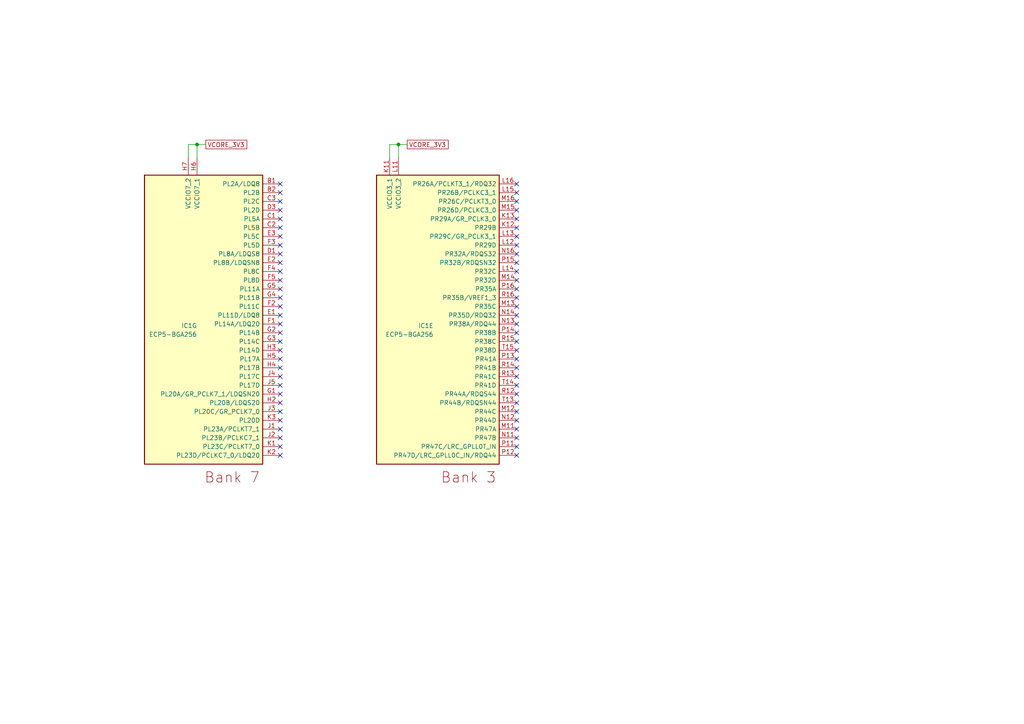
<source format=kicad_sch>
(kicad_sch (version 20250114) (generator "eeschema") (generator_version "9.0")
  (paper "A4")
  (lib_symbols
    (symbol "ecp5bga256:ECP5-BGA256" (pin_names (offset 0.762))
      (property "Reference" "IC" (at 1.27 45.72 0))
      (property "Value" "ECP5-BGA256" (at 1.27 43.18 0))
      (symbol "ECP5-BGA256_1_0"
        (rectangle (start -13.97 35.56) (end 13.97 -35.56) (stroke (width 0.3048)) (fill (type background)))
      )
      (symbol "ECP5-BGA256_1_1"
        (text "FPGA Supplies" (at 0 -39.37 0) (effects (font (size 2.9972 2.9972))))
        (pin power_in line (at -19.05 33.02 0) (length 5.08) (name "VCC_1") (number "G6"))
        (pin power_in line (at -19.05 30.48 0) (length 5.08) (name "VCC_2") (number "G7"))
        (pin power_in line (at -19.05 27.94 0) (length 5.08) (name "VCC_3") (number "G9"))
        (pin power_in line (at -19.05 25.4 0) (length 5.08) (name "VCC_4") (number "L8"))
        (pin power_in line (at -19.05 22.86 0) (length 5.08) (name "VCC_5") (number "L9"))
        (pin power_in line (at -19.05 20.32 0) (length 5.08) (name "VCC_6") (number "L10"))
        (pin power_in line (at -19.05 -30.48 0) (length 5.08) (name "VCCAUX_1") (number "G11"))
        (pin power_in line (at -19.05 -33.02 0) (length 5.08) (name "VCCAUX_2") (number "L7"))
        (pin power_in line (at 19.05 33.02 180) (length 5.08) (name "GND_1") (number "A1"))
        (pin power_in line (at 19.05 30.48 180) (length 5.08) (name "GND_2") (number "A16"))
        (pin power_in line (at 19.05 27.94 180) (length 5.08) (name "GND_3") (number "D2"))
        (pin power_in line (at 19.05 25.4 180) (length 5.08) (name "GND_4") (number "D15"))
        (pin power_in line (at 19.05 22.86 180) (length 5.08) (name "GND_5") (number "F8"))
        (pin power_in line (at 19.05 20.32 180) (length 5.08) (name "GND_6") (number "F9"))
        (pin power_in line (at 19.05 17.78 180) (length 5.08) (name "GND_7") (number "G8"))
        (pin power_in line (at 19.05 15.24 180) (length 5.08) (name "GND_8") (number "G10"))
        (pin power_in line (at 19.05 12.7 180) (length 5.08) (name "GND_9") (number "H1"))
        (pin power_in line (at 19.05 10.16 180) (length 5.08) (name "GND_10") (number "H8"))
        (pin power_in line (at 19.05 7.62 180) (length 5.08) (name "GND_11") (number "H9"))
        (pin power_in line (at 19.05 5.08 180) (length 5.08) (name "GND_12") (number "H10"))
        (pin power_in line (at 19.05 2.54 180) (length 5.08) (name "GND_13") (number "H16"))
        (pin power_in line (at 19.05 0 180) (length 5.08) (name "GND_14") (number "J8"))
        (pin power_in line (at 19.05 -2.54 180) (length 5.08) (name "GND_15") (number "J9"))
        (pin power_in line (at 19.05 -5.08 180) (length 5.08) (name "GND_16") (number "J10"))
        (pin power_in line (at 19.05 -7.62 180) (length 5.08) (name "GND_17") (number "K6"))
        (pin power_in line (at 19.05 -10.16 180) (length 5.08) (name "GND_18") (number "K7"))
        (pin power_in line (at 19.05 -12.7 180) (length 5.08) (name "GND_19") (number "K8"))
        (pin power_in line (at 19.05 -15.24 180) (length 5.08) (name "GND_20") (number "K9"))
        (pin power_in line (at 19.05 -17.78 180) (length 5.08) (name "GND_21") (number "K10"))
        (pin power_in line (at 19.05 -20.32 180) (length 5.08) (name "GND_22") (number "N2"))
        (pin power_in line (at 19.05 -22.86 180) (length 5.08) (name "GND_23") (number "N15"))
        (pin power_in line (at 19.05 -25.4 180) (length 5.08) (name "GND_24") (number "T1"))
        (pin power_in line (at 19.05 -27.94 180) (length 5.08) (name "GND_25") (number "T5"))
        (pin power_in line (at 19.05 -30.48 180) (length 5.08) (name "GND_26") (number "T12"))
        (pin power_in line (at 19.05 -33.02 180) (length 5.08) (name "GND_27") (number "T16"))
      )
      (symbol "ECP5-BGA256_2_1"
        (rectangle (start -19.05 31.75) (end 8.89 -31.75) (stroke (width 0.3048)) (fill (type background)))
        (text "Bank 0" (at 0 -35.56 0) (effects (font (size 2.9972 2.9972))))
        (pin power_in line (at -13.97 36.83 270) (length 5.08) (name "VCCIO0_2") (number "F7"))
        (pin power_in line (at -11.43 36.83 270) (length 5.08) (name "VCCIO0_1") (number "F6"))
        (pin bidirectional line (at 13.97 29.21 180) (length 5.08) (name "PT4A") (number "A2"))
        (pin bidirectional line (at 13.97 26.67 180) (length 5.08) (name "PT4B") (number "B3"))
        (pin bidirectional line (at 13.97 24.13 180) (length 5.08) (name "PT6A") (number "A3"))
        (pin bidirectional line (at 13.97 21.59 180) (length 5.08) (name "PT6B") (number "A4"))
        (pin bidirectional line (at 13.97 19.05 180) (length 5.08) (name "PT9A") (number "E4"))
        (pin bidirectional line (at 13.97 16.51 180) (length 5.08) (name "PT9B") (number "D4"))
        (pin bidirectional line (at 13.97 13.97 180) (length 5.08) (name "PT11A") (number "C4"))
        (pin bidirectional line (at 13.97 11.43 180) (length 5.08) (name "PT11B") (number "B4"))
        (pin bidirectional line (at 13.97 8.89 180) (length 5.08) (name "PT13A") (number "E5"))
        (pin bidirectional line (at 13.97 6.35 180) (length 5.08) (name "PT13B") (number "D5"))
        (pin bidirectional line (at 13.97 3.81 180) (length 5.08) (name "PT15A") (number "C5"))
        (pin bidirectional line (at 13.97 1.27 180) (length 5.08) (name "PT15B") (number "B5"))
        (pin bidirectional line (at 13.97 -1.27 180) (length 5.08) (name "PT18A") (number "A5"))
        (pin bidirectional line (at 13.97 -3.81 180) (length 5.08) (name "PT18B") (number "A6"))
        (pin bidirectional line (at 13.97 -6.35 180) (length 5.08) (name "PT20A") (number "E6"))
        (pin bidirectional line (at 13.97 -8.89 180) (length 5.08) (name "PT20B") (number "D6"))
        (pin bidirectional line (at 13.97 -11.43 180) (length 5.08) (name "PT22A") (number "C6"))
        (pin bidirectional line (at 13.97 -13.97 180) (length 5.08) (name "PT22B") (number "B6"))
        (pin bidirectional line (at 13.97 -16.51 180) (length 5.08) (name "PT24A/GR_PCLK0_1") (number "E7"))
        (pin bidirectional line (at 13.97 -19.05 180) (length 5.08) (name "PT24B/GR_PCLK0_0") (number "D7"))
        (pin bidirectional line (at 13.97 -21.59 180) (length 5.08) (name "PT27A/PCLKT0_1") (number "C7"))
        (pin bidirectional line (at 13.97 -24.13 180) (length 5.08) (name "PT27B/PCLKC0_1") (number "B7"))
        (pin bidirectional line (at 13.97 -26.67 180) (length 5.08) (name "PT29A/PCLKT0_0") (number "A7"))
        (pin bidirectional line (at 13.97 -29.21 180) (length 5.08) (name "PT29B/PCLKC0_0") (number "A8"))
      )
      (symbol "ECP5-BGA256_3_0"
        (rectangle (start -17.78 41.91) (end 8.89 -41.91) (stroke (width 0.3048)) (fill (type background)))
      )
      (symbol "ECP5-BGA256_3_1"
        (text "Bank 1" (at 0 -45.72 0) (effects (font (size 2.9972 2.9972))))
        (pin power_in line (at -13.97 46.99 270) (length 5.08) (name "VCCIO1_2") (number "F11"))
        (pin power_in line (at -11.43 46.99 270) (length 5.08) (name "VCCIO1_1") (number "F10"))
        (pin bidirectional line (at 13.97 39.37 180) (length 5.08) (name "PT33A/PCLKT1_1") (number "E8"))
        (pin bidirectional line (at 13.97 36.83 180) (length 5.08) (name "PT33B/PCLKC1_1") (number "D8"))
        (pin bidirectional line (at 13.97 34.29 180) (length 5.08) (name "PT35A/PCLKT1_0") (number "C8"))
        (pin bidirectional line (at 13.97 31.75 180) (length 5.08) (name "PT35B/PCLKC1_0") (number "B8"))
        (pin bidirectional line (at 13.97 29.21 180) (length 5.08) (name "PT38A/GR_PCLK1_0") (number "B9"))
        (pin bidirectional line (at 13.97 26.67 180) (length 5.08) (name "PT38B/GR_PCLK1_1") (number "C9"))
        (pin bidirectional line (at 13.97 24.13 180) (length 5.08) (name "PT40A") (number "D9"))
        (pin bidirectional line (at 13.97 21.59 180) (length 5.08) (name "PT40B") (number "E9"))
        (pin bidirectional line (at 13.97 19.05 180) (length 5.08) (name "PT42A") (number "A9"))
        (pin bidirectional line (at 13.97 16.51 180) (length 5.08) (name "PT42B") (number "A10"))
        (pin bidirectional line (at 13.97 13.97 180) (length 5.08) (name "PT44A") (number "B10"))
        (pin bidirectional line (at 13.97 11.43 180) (length 5.08) (name "PT44B") (number "C10"))
        (pin bidirectional line (at 13.97 8.89 180) (length 5.08) (name "PT47A") (number "D10"))
        (pin bidirectional line (at 13.97 6.35 180) (length 5.08) (name "PT47B") (number "E10"))
        (pin bidirectional line (at 13.97 3.81 180) (length 5.08) (name "PT49A") (number "B11"))
        (pin bidirectional line (at 13.97 1.27 180) (length 5.08) (name "PT49B") (number "C11"))
        (pin bidirectional line (at 13.97 -1.27 180) (length 5.08) (name "PT51A") (number "D11"))
        (pin bidirectional line (at 13.97 -3.81 180) (length 5.08) (name "PT51B") (number "E11"))
        (pin bidirectional line (at 13.97 -6.35 180) (length 5.08) (name "PT53A") (number "A11"))
        (pin bidirectional line (at 13.97 -8.89 180) (length 5.08) (name "PT53B") (number "A12"))
        (pin bidirectional line (at 13.97 -11.43 180) (length 5.08) (name "PT56A") (number "B12"))
        (pin bidirectional line (at 13.97 -13.97 180) (length 5.08) (name "PT56B") (number "C12"))
        (pin bidirectional line (at 13.97 -16.51 180) (length 5.08) (name "PT58A") (number "D12"))
        (pin bidirectional line (at 13.97 -19.05 180) (length 5.08) (name "PT58B") (number "E12"))
        (pin bidirectional line (at 13.97 -21.59 180) (length 5.08) (name "PT60A") (number "B13"))
        (pin bidirectional line (at 13.97 -24.13 180) (length 5.08) (name "PT60B") (number "C13"))
        (pin bidirectional line (at 13.97 -26.67 180) (length 5.08) (name "PT62A") (number "D13"))
        (pin bidirectional line (at 13.97 -29.21 180) (length 5.08) (name "PT62B") (number "E13"))
        (pin bidirectional line (at 13.97 -31.75 180) (length 5.08) (name "PT65A") (number "A13"))
        (pin bidirectional line (at 13.97 -34.29 180) (length 5.08) (name "PT65B") (number "A14"))
        (pin bidirectional line (at 13.97 -36.83 180) (length 5.08) (name "PT67A") (number "B14"))
        (pin bidirectional line (at 13.97 -39.37 180) (length 5.08) (name "PT67B") (number "A15"))
      )
      (symbol "ECP5-BGA256_4_1"
        (rectangle (start -17.78 41.91) (end 8.89 -41.91) (stroke (width 0.3048)) (fill (type background)))
        (text "Bank 2" (at 0 -45.72 0) (effects (font (size 2.9972 2.9972))))
        (pin power_in line (at -11.43 46.99 270) (length 5.08) (name "VCCIO2_1") (number "H11"))
        (pin power_in line (at -8.89 46.99 270) (length 5.08) (name "VCCIO2_2") (number "J11"))
        (pin bidirectional line (at 13.97 39.37 180) (length 5.08) (name "PR2A/RDQ8") (number "B16"))
        (pin bidirectional line (at 13.97 36.83 180) (length 5.08) (name "PR2B/S0_IN") (number "B15"))
        (pin bidirectional line (at 13.97 34.29 180) (length 5.08) (name "PR2C") (number "C14"))
        (pin bidirectional line (at 13.97 31.75 180) (length 5.08) (name "PR2D") (number "D14"))
        (pin bidirectional line (at 13.97 29.21 180) (length 5.08) (name "PR5A") (number "C16"))
        (pin bidirectional line (at 13.97 26.67 180) (length 5.08) (name "PR5B") (number "C15"))
        (pin bidirectional line (at 13.97 24.13 180) (length 5.08) (name "PR5C") (number "E14"))
        (pin bidirectional line (at 13.97 21.59 180) (length 5.08) (name "PR5D") (number "F14"))
        (pin bidirectional line (at 13.97 19.05 180) (length 5.08) (name "PR8A/RDQS8") (number "D16"))
        (pin bidirectional line (at 13.97 16.51 180) (length 5.08) (name "PR8B/RDQSN8") (number "E15"))
        (pin bidirectional line (at 13.97 13.97 180) (length 5.08) (name "PR8C") (number "F13"))
        (pin bidirectional line (at 13.97 11.43 180) (length 5.08) (name "PR8D") (number "F12"))
        (pin bidirectional line (at 13.97 8.89 180) (length 5.08) (name "PR11A") (number "G12"))
        (pin bidirectional line (at 13.97 6.35 180) (length 5.08) (name "PR11B") (number "G13"))
        (pin bidirectional line (at 13.97 3.81 180) (length 5.08) (name "PR11C") (number "F15"))
        (pin bidirectional line (at 13.97 1.27 180) (length 5.08) (name "PR11D") (number "E16"))
        (pin bidirectional line (at 13.97 -1.27 180) (length 5.08) (name "PR14A/RDQ20") (number "F16"))
        (pin bidirectional line (at 13.97 -3.81 180) (length 5.08) (name "PR14B") (number "G15"))
        (pin bidirectional line (at 13.97 -6.35 180) (length 5.08) (name "PR14C/VREF1_2") (number "G14"))
        (pin bidirectional line (at 13.97 -8.89 180) (length 5.08) (name "PR14D") (number "H14"))
        (pin bidirectional line (at 13.97 -11.43 180) (length 5.08) (name "PR17A") (number "H12"))
        (pin bidirectional line (at 13.97 -13.97 180) (length 5.08) (name "PR17B") (number "H13"))
        (pin bidirectional line (at 13.97 -16.51 180) (length 5.08) (name "PR17C") (number "J13"))
        (pin bidirectional line (at 13.97 -19.05 180) (length 5.08) (name "PR17D") (number "J12"))
        (pin bidirectional line (at 13.97 -21.59 180) (length 5.08) (name "PR20A/RDQS20") (number "G16"))
        (pin bidirectional line (at 13.97 -24.13 180) (length 5.08) (name "PR20B/RDQS20") (number "H15"))
        (pin bidirectional line (at 13.97 -26.67 180) (length 5.08) (name "PR20C/GR_PCLK2_1") (number "J14"))
        (pin bidirectional line (at 13.97 -29.21 180) (length 5.08) (name "PR20D/GR_PCLK2_0") (number "K14"))
        (pin bidirectional line (at 13.97 -31.75 180) (length 5.08) (name "PR23A/PCLKT2_1") (number "J16"))
        (pin bidirectional line (at 13.97 -34.29 180) (length 5.08) (name "PR23B/PCLKC2_1") (number "J15"))
        (pin bidirectional line (at 13.97 -36.83 180) (length 5.08) (name "PR23C/PCLKT2_0") (number "K16"))
        (pin bidirectional line (at 13.97 -39.37 180) (length 5.08) (name "PR23D/PCLKC2_0") (number "K15"))
      )
      (symbol "ECP5-BGA256_5_0"
        (rectangle (start -26.67 41.91) (end 8.89 -41.91) (stroke (width 0.3048)) (fill (type background)))
      )
      (symbol "ECP5-BGA256_5_1"
        (text "Bank 3" (at 0 -45.72 0) (effects (font (size 2.9972 2.9972))))
        (pin power_in line (at -22.86 46.99 270) (length 5.08) (name "VCCIO3_1") (number "K11"))
        (pin power_in line (at -20.32 46.99 270) (length 5.08) (name "VCCIO3_2") (number "L11"))
        (pin bidirectional line (at 13.97 39.37 180) (length 5.08) (name "PR26A/PCLKT3_1/RDQ32") (number "L16"))
        (pin bidirectional line (at 13.97 36.83 180) (length 5.08) (name "PR26B/PCLKC3_1") (number "L15"))
        (pin bidirectional line (at 13.97 34.29 180) (length 5.08) (name "PR26C/PCLKT3_0") (number "M16"))
        (pin bidirectional line (at 13.97 31.75 180) (length 5.08) (name "PR26D/PCLKC3_0") (number "M15"))
        (pin bidirectional line (at 13.97 29.21 180) (length 5.08) (name "PR29A/GR_PCLK3_0") (number "K13"))
        (pin bidirectional line (at 13.97 26.67 180) (length 5.08) (name "PR29B") (number "K12"))
        (pin bidirectional line (at 13.97 24.13 180) (length 5.08) (name "PR29C/GR_PCLK3_1") (number "L13"))
        (pin bidirectional line (at 13.97 21.59 180) (length 5.08) (name "PR29D") (number "L12"))
        (pin bidirectional line (at 13.97 19.05 180) (length 5.08) (name "PR32A/RDQS32") (number "N16"))
        (pin bidirectional line (at 13.97 16.51 180) (length 5.08) (name "PR32B/RDQSN32") (number "P15"))
        (pin bidirectional line (at 13.97 13.97 180) (length 5.08) (name "PR32C") (number "L14"))
        (pin bidirectional line (at 13.97 11.43 180) (length 5.08) (name "PR32D") (number "M14"))
        (pin bidirectional line (at 13.97 8.89 180) (length 5.08) (name "PR35A") (number "P16"))
        (pin bidirectional line (at 13.97 6.35 180) (length 5.08) (name "PR35B/VREF1_3") (number "R16"))
        (pin bidirectional line (at 13.97 3.81 180) (length 5.08) (name "PR35C") (number "M13"))
        (pin bidirectional line (at 13.97 1.27 180) (length 5.08) (name "PR35D/RDQ32") (number "N14"))
        (pin bidirectional line (at 13.97 -1.27 180) (length 5.08) (name "PR38A/RDQ44") (number "N13"))
        (pin bidirectional line (at 13.97 -3.81 180) (length 5.08) (name "PR38B") (number "P14"))
        (pin bidirectional line (at 13.97 -6.35 180) (length 5.08) (name "PR38C") (number "R15"))
        (pin bidirectional line (at 13.97 -8.89 180) (length 5.08) (name "PR38D") (number "T15"))
        (pin bidirectional line (at 13.97 -11.43 180) (length 5.08) (name "PR41A") (number "P13"))
        (pin bidirectional line (at 13.97 -13.97 180) (length 5.08) (name "PR41B") (number "R14"))
        (pin bidirectional line (at 13.97 -16.51 180) (length 5.08) (name "PR41C") (number "R13"))
        (pin bidirectional line (at 13.97 -19.05 180) (length 5.08) (name "PR41D") (number "T14"))
        (pin bidirectional line (at 13.97 -21.59 180) (length 5.08) (name "PR44A/RDQS44") (number "R12"))
        (pin bidirectional line (at 13.97 -24.13 180) (length 5.08) (name "PR44B/RDQSN44") (number "T13"))
        (pin bidirectional line (at 13.97 -26.67 180) (length 5.08) (name "PR44C") (number "M12"))
        (pin bidirectional line (at 13.97 -29.21 180) (length 5.08) (name "PR44D") (number "N12"))
        (pin bidirectional line (at 13.97 -31.75 180) (length 5.08) (name "PR47A") (number "M11"))
        (pin bidirectional line (at 13.97 -34.29 180) (length 5.08) (name "PR47B") (number "N11"))
        (pin bidirectional line (at 13.97 -36.83 180) (length 5.08) (name "PR47C/LRC_GPLL0T_IN") (number "P11"))
        (pin bidirectional line (at 13.97 -39.37 180) (length 5.08) (name "PR47D/LRC_GPLL0C_IN/RDQ44") (number "P12"))
      )
      (symbol "ECP5-BGA256_6_1"
        (rectangle (start -20.32 41.91) (end 8.89 -41.91) (stroke (width 0.3048)) (fill (type background)))
        (text "Bank 6" (at 0 -45.72 0) (effects (font (size 2.9972 2.9972))))
        (pin power_in line (at -13.97 46.99 270) (length 5.08) (name "VCCIO6_1") (number "J6"))
        (pin power_in line (at -11.43 46.99 270) (length 5.08) (name "VCCIO6_2") (number "J7"))
        (pin bidirectional line (at 13.97 39.37 180) (length 5.08) (name "PL26A/LDQ32/PCLKT6_1") (number "L1"))
        (pin bidirectional line (at 13.97 36.83 180) (length 5.08) (name "PL26B/PCLKC6_1") (number "L2"))
        (pin bidirectional line (at 13.97 34.29 180) (length 5.08) (name "PL26C/PCLKT6_0") (number "M1"))
        (pin bidirectional line (at 13.97 31.75 180) (length 5.08) (name "PL26D/PCLKC6_0") (number "M2"))
        (pin bidirectional line (at 13.97 29.21 180) (length 5.08) (name "PL29A/GR_PCLK6_0") (number "K4"))
        (pin bidirectional line (at 13.97 26.67 180) (length 5.08) (name "PL29B") (number "K5"))
        (pin bidirectional line (at 13.97 24.13 180) (length 5.08) (name "PL29C/PL29C") (number "L4"))
        (pin bidirectional line (at 13.97 21.59 180) (length 5.08) (name "PL29D") (number "L5"))
        (pin bidirectional line (at 13.97 19.05 180) (length 5.08) (name "PL32A/LDQS32") (number "N1"))
        (pin bidirectional line (at 13.97 16.51 180) (length 5.08) (name "PL32B/LDQSN32") (number "P2"))
        (pin bidirectional line (at 13.97 13.97 180) (length 5.08) (name "PL32C") (number "L3"))
        (pin bidirectional line (at 13.97 11.43 180) (length 5.08) (name "PL32D") (number "M3"))
        (pin bidirectional line (at 13.97 8.89 180) (length 5.08) (name "PL35A") (number "P1"))
        (pin bidirectional line (at 13.97 6.35 180) (length 5.08) (name "PL35B/VREF1_6") (number "R1"))
        (pin bidirectional line (at 13.97 3.81 180) (length 5.08) (name "PL35C") (number "M4"))
        (pin bidirectional line (at 13.97 1.27 180) (length 5.08) (name "PL35D") (number "N3"))
        (pin bidirectional line (at 13.97 -1.27 180) (length 5.08) (name "PL38A/LDQ44") (number "N4"))
        (pin bidirectional line (at 13.97 -3.81 180) (length 5.08) (name "PL38B") (number "P3"))
        (pin bidirectional line (at 13.97 -6.35 180) (length 5.08) (name "PL38C") (number "R2"))
        (pin bidirectional line (at 13.97 -8.89 180) (length 5.08) (name "PL38D") (number "T2"))
        (pin bidirectional line (at 13.97 -11.43 180) (length 5.08) (name "PL44A/LDQS44") (number "R5"))
        (pin bidirectional line (at 13.97 -13.97 180) (length 5.08) (name "PL44B/LDQSN44") (number "T4"))
        (pin bidirectional line (at 13.97 -16.51 180) (length 5.08) (name "PL44C") (number "M5"))
        (pin bidirectional line (at 13.97 -19.05 180) (length 5.08) (name "PL44D") (number "N5"))
        (pin bidirectional line (at 13.97 -21.59 180) (length 5.08) (name "PL41A") (number "P4"))
        (pin bidirectional line (at 13.97 -24.13 180) (length 5.08) (name "PL41B") (number "R3"))
        (pin bidirectional line (at 13.97 -26.67 180) (length 5.08) (name "PL41C") (number "R4"))
        (pin bidirectional line (at 13.97 -29.21 180) (length 5.08) (name "PL41D") (number "T3"))
        (pin bidirectional line (at 13.97 -31.75 180) (length 5.08) (name "PL47A") (number "M6"))
        (pin bidirectional line (at 13.97 -34.29 180) (length 5.08) (name "PL47B") (number "N6"))
        (pin bidirectional line (at 13.97 -36.83 180) (length 5.08) (name "PL47D/LLC_GPLL0C_IN") (number "P5"))
        (pin bidirectional line (at 13.97 -39.37 180) (length 5.08) (name "PL47C/LLC_GPLL0T_IN") (number "P6"))
      )
      (symbol "ECP5-BGA256_7_1"
        (rectangle (start -25.4 41.91) (end 8.89 -41.91) (stroke (width 0.3048)) (fill (type background)))
        (text "Bank 7" (at 0 -45.72 0) (effects (font (size 2.9972 2.9972))))
        (pin power_in line (at -12.7 46.99 270) (length 5.08) (name "VCCIO7_2") (number "H7"))
        (pin power_in line (at -10.16 46.99 270) (length 5.08) (name "VCCIO7_1") (number "H6"))
        (pin bidirectional line (at 13.97 39.37 180) (length 5.08) (name "PL2A/LDQ8") (number "B1"))
        (pin bidirectional line (at 13.97 36.83 180) (length 5.08) (name "PL2B") (number "B2"))
        (pin bidirectional line (at 13.97 34.29 180) (length 5.08) (name "PL2C") (number "C3"))
        (pin bidirectional line (at 13.97 31.75 180) (length 5.08) (name "PL2D") (number "D3"))
        (pin bidirectional line (at 13.97 29.21 180) (length 5.08) (name "PL5A") (number "C1"))
        (pin bidirectional line (at 13.97 26.67 180) (length 5.08) (name "PL5B") (number "C2"))
        (pin bidirectional line (at 13.97 24.13 180) (length 5.08) (name "PL5C") (number "E3"))
        (pin bidirectional line (at 13.97 21.59 180) (length 5.08) (name "PL5D") (number "F3"))
        (pin bidirectional line (at 13.97 19.05 180) (length 5.08) (name "PL8A/LDQS8") (number "D1"))
        (pin bidirectional line (at 13.97 16.51 180) (length 5.08) (name "PL8B/LDQSN8") (number "E2"))
        (pin bidirectional line (at 13.97 13.97 180) (length 5.08) (name "PL8C") (number "F4"))
        (pin bidirectional line (at 13.97 11.43 180) (length 5.08) (name "PL8D") (number "F5"))
        (pin bidirectional line (at 13.97 8.89 180) (length 5.08) (name "PL11A") (number "G5"))
        (pin bidirectional line (at 13.97 6.35 180) (length 5.08) (name "PL11B") (number "G4"))
        (pin bidirectional line (at 13.97 3.81 180) (length 5.08) (name "PL11C") (number "F2"))
        (pin bidirectional line (at 13.97 1.27 180) (length 5.08) (name "PL11D/LDQ8") (number "E1"))
        (pin bidirectional line (at 13.97 -1.27 180) (length 5.08) (name "PL14A/LDQ20") (number "F1"))
        (pin bidirectional line (at 13.97 -3.81 180) (length 5.08) (name "PL14B") (number "G2"))
        (pin bidirectional line (at 13.97 -6.35 180) (length 5.08) (name "PL14C") (number "G3"))
        (pin bidirectional line (at 13.97 -8.89 180) (length 5.08) (name "PL14D") (number "H3"))
        (pin bidirectional line (at 13.97 -11.43 180) (length 5.08) (name "PL17A") (number "H5"))
        (pin bidirectional line (at 13.97 -13.97 180) (length 5.08) (name "PL17B") (number "H4"))
        (pin bidirectional line (at 13.97 -16.51 180) (length 5.08) (name "PL17C") (number "J4"))
        (pin bidirectional line (at 13.97 -19.05 180) (length 5.08) (name "PL17D") (number "J5"))
        (pin bidirectional line (at 13.97 -21.59 180) (length 5.08) (name "PL20A/GR_PCLK7_1/LDQSN20") (number "G1"))
        (pin bidirectional line (at 13.97 -24.13 180) (length 5.08) (name "PL20B/LDQS20") (number "H2"))
        (pin bidirectional line (at 13.97 -26.67 180) (length 5.08) (name "PL20C/GR_PCLK7_0") (number "J3"))
        (pin bidirectional line (at 13.97 -29.21 180) (length 5.08) (name "PL20D") (number "K3"))
        (pin bidirectional line (at 13.97 -31.75 180) (length 5.08) (name "PL23A/PCLKT7_1") (number "J1"))
        (pin bidirectional line (at 13.97 -34.29 180) (length 5.08) (name "PL23B/PCLKC7_1") (number "J2"))
        (pin bidirectional line (at 13.97 -36.83 180) (length 5.08) (name "PL23C/PCLKT7_0") (number "K1"))
        (pin bidirectional line (at 13.97 -39.37 180) (length 5.08) (name "PL23D/PCLKC7_0/LDQ20") (number "K2"))
      )
      (symbol "ECP5-BGA256_8_0"
        (text "Bank 8 (Config)" (at 0 -43.18 0) (effects (font (size 2.9972 2.9972))))
      )
      (symbol "ECP5-BGA256_8_1"
        (rectangle (start -15.24 39.37) (end 15.24 -39.37) (stroke (width 0.3048)) (fill (type background)))
        (pin power_in line (at -10.16 44.45 270) (length 5.08) (name "VCCIO8") (number "L6"))
        (pin bidirectional line (at 20.32 36.83 180) (length 5.08) (name "D7/PB4A") (number "T6"))
        (pin bidirectional line (at 20.32 34.29 180) (length 5.08) (name "D6/PB4B") (number "R6"))
        (pin bidirectional line (at 20.32 31.75 180) (length 5.08) (name "D5/MISO2/IO5/PB6A") (number "R7"))
        (pin bidirectional line (at 20.32 29.21 180) (length 5.08) (name "D4/MOSI2/IO4/PB6B") (number "P7"))
        (pin bidirectional line (at 20.32 26.67 180) (length 5.08) (name "D3/IO3/PB9A") (number "N7"))
        (pin bidirectional line (at 20.32 24.13 180) (length 5.08) (name "D2/IO2/PB9B") (number "M7"))
        (pin bidirectional line (at 20.32 21.59 180) (length 5.08) (name "D1/POCI/IO1/PB11A") (number "T7"))
        (pin bidirectional line (at 20.32 19.05 180) (length 5.08) (name "D0/PICO/IO0/PB11B") (number "T8"))
        (pin bidirectional line (at 20.32 16.51 180) (length 5.08) (name "~{CS}/~{S}/PB13A") (number "R8"))
        (pin bidirectional line (at 20.32 13.97 180) (length 5.08) (name "~{CS1}/PB13B") (number "P8"))
        (pin bidirectional line (at 20.32 11.43 180) (length 5.08) (name "~{HOLD}/DI/BUSY/~{CSSPI}/PB15A") (number "N8"))
        (pin bidirectional line (at 20.32 8.89 180) (length 5.08) (name "DOUT/~{CSO}/PB15B") (number "M8"))
        (pin bidirectional line (at 20.32 6.35 180) (length 5.08) (name "~{WRITE}/PB18A") (number "M9"))
        (pin input line (at 20.32 -1.27 180) (length 5.08) (name "TMS") (number "T11"))
        (pin input line (at 20.32 -3.81 180) (length 5.08) (name "TCK") (number "T10"))
        (pin input line (at 20.32 -6.35 180) (length 5.08) (name "TDI") (number "R11"))
        (pin output line (at 20.32 -8.89 180) (length 5.08) (name "TDO") (number "M10"))
        (pin bidirectional line (at 20.32 -15.24 180) (length 5.08) (name "MCLK/SCK/CCLK") (number "N9"))
        (pin input line (at 20.32 -20.32 180) (length 5.08) (name "CFG0") (number "N10"))
        (pin input line (at 20.32 -22.86 180) (length 5.08) (name "CFG1") (number "P10"))
        (pin input line (at 20.32 -25.4 180) (length 5.08) (name "CFG2") (number "R10"))
        (pin bidirectional line (at 20.32 -31.75 180) (length 5.08) (name "DONE") (number "P9"))
        (pin bidirectional line (at 20.32 -34.29 180) (length 5.08) (name "~{INIT}") (number "T9"))
        (pin bidirectional line (at 20.32 -36.83 180) (length 5.08) (name "~{PROGRAM}") (number "R9"))
      )
    )
  )
  (junction (at 57.15 41.91))
  (junction (at 115.57 41.91))
  (no_connect (at 149.86 119.38))
  (no_connect (at 81.28 129.54))
  (no_connect (at 81.28 88.9))
  (no_connect (at 149.86 71.12))
  (no_connect (at 81.28 132.08))
  (no_connect (at 149.86 109.22))
  (no_connect (at 81.28 104.14))
  (no_connect (at 81.28 76.2))
  (no_connect (at 149.86 83.82))
  (no_connect (at 81.28 68.58))
  (no_connect (at 81.28 114.3))
  (no_connect (at 149.86 68.58))
  (no_connect (at 81.28 86.36))
  (no_connect (at 149.86 88.9))
  (no_connect (at 81.28 109.22))
  (no_connect (at 149.86 66.04))
  (no_connect (at 81.28 124.46))
  (no_connect (at 149.86 124.46))
  (no_connect (at 81.28 66.04))
  (no_connect (at 149.86 99.06))
  (no_connect (at 149.86 104.14))
  (no_connect (at 81.28 116.84))
  (no_connect (at 149.86 73.66))
  (no_connect (at 81.28 111.76))
  (no_connect (at 149.86 106.68))
  (no_connect (at 81.28 55.88))
  (no_connect (at 81.28 58.42))
  (no_connect (at 149.86 111.76))
  (no_connect (at 149.86 129.54))
  (no_connect (at 149.86 55.88))
  (no_connect (at 81.28 99.06))
  (no_connect (at 81.28 78.74))
  (no_connect (at 81.28 73.66))
  (no_connect (at 149.86 132.08))
  (no_connect (at 81.28 121.92))
  (no_connect (at 81.28 119.38))
  (no_connect (at 81.28 93.98))
  (no_connect (at 149.86 91.44))
  (no_connect (at 149.86 76.2))
  (no_connect (at 81.28 53.34))
  (no_connect (at 149.86 81.28))
  (no_connect (at 149.86 53.34))
  (no_connect (at 149.86 60.96))
  (no_connect (at 149.86 63.5))
  (no_connect (at 81.28 106.68))
  (no_connect (at 149.86 96.52))
  (no_connect (at 149.86 86.36))
  (no_connect (at 81.28 83.82))
  (no_connect (at 81.28 71.12))
  (no_connect (at 149.86 116.84))
  (no_connect (at 81.28 81.28))
  (no_connect (at 81.28 127))
  (no_connect (at 81.28 101.6))
  (no_connect (at 149.86 58.42))
  (no_connect (at 149.86 121.92))
  (no_connect (at 149.86 127))
  (no_connect (at 149.86 101.6))
  (no_connect (at 149.86 78.74))
  (no_connect (at 149.86 93.98))
  (no_connect (at 81.28 60.96))
  (no_connect (at 81.28 91.44))
  (no_connect (at 81.28 96.52))
  (no_connect (at 81.28 63.5))
  (no_connect (at 149.86 114.3))
  (wire (pts (xy 113.03 41.91) (xy 115.57 41.91)))
  (wire (pts (xy 115.57 41.91) (xy 115.57 45.72)))
  (wire (pts (xy 118.11 41.91) (xy 115.57 41.91)))
  (wire (pts (xy 113.03 41.91) (xy 113.03 45.72)))
  (wire (pts (xy 57.15 41.91) (xy 57.15 45.72)))
  (wire (pts (xy 54.61 41.91) (xy 57.15 41.91)))
  (wire (pts (xy 59.69 41.91) (xy 57.15 41.91)))
  (wire (pts (xy 54.61 45.72) (xy 54.61 41.91)))
  (global_label "VCORE_3V3" (shape passive) (at 59.69 41.91 0) (property "Intersheetrefs" "${INTERSHEET_REFS}" (effects (hide yes))))
  (global_label "VCORE_3V3" (shape passive) (at 118.11 41.91 0) (property "Intersheetrefs" "${INTERSHEET_REFS}" (effects (hide yes))))
  (symbol (lib_id "ecp5bga256:ECP5-BGA256") (at 135.89 92.71 0) (unit 5)
    (property "Reference" "IC1" (at 125.73 94.4742 0) (effects (justify right)))
    (property "Value" "ECP5-BGA256" (at 125.73 97.0142 0) (effects (justify right)))
    (property "Footprint" "fpga:BGA256C80P16X16_1400X1400X170" (effects (hide yes)))
    (property "Datasheet" "https://jlcpcb.com/api/file/downloadByFileSystemAccessId/8588918730680111104" (effects (hide yes)))
    (property "Description" "FPGA - Field Programmable Gate Array ECP5; 12k LUTs; 1.1V" (effects (hide yes)))
    (property "Manufacturer" "Lattice" (effects (hide yes)))
    (property "LPN" "C1521614" (effects (hide yes)))
    (property "MPN" "LFE5U-25F-6BG256C " (effects (hide yes)))
  )
  (symbol (lib_id "ecp5bga256:ECP5-BGA256") (at 67.31 92.71 0) (unit 7)
    (property "Reference" "IC1" (at 57.15 94.4742 0) (effects (justify right)))
    (property "Value" "ECP5-BGA256" (at 57.15 97.0142 0) (effects (justify right)))
    (property "Footprint" "fpga:BGA256C80P16X16_1400X1400X170" (effects (hide yes)))
    (property "Datasheet" "https://jlcpcb.com/api/file/downloadByFileSystemAccessId/8588918730680111104" (effects (hide yes)))
    (property "Description" "FPGA - Field Programmable Gate Array ECP5; 12k LUTs; 1.1V" (effects (hide yes)))
    (property "Manufacturer" "Lattice" (effects (hide yes)))
    (property "LPN" "C1521614" (effects (hide yes)))
    (property "MPN" "LFE5U-25F-6BG256C " (effects (hide yes)))
  )
)
</source>
